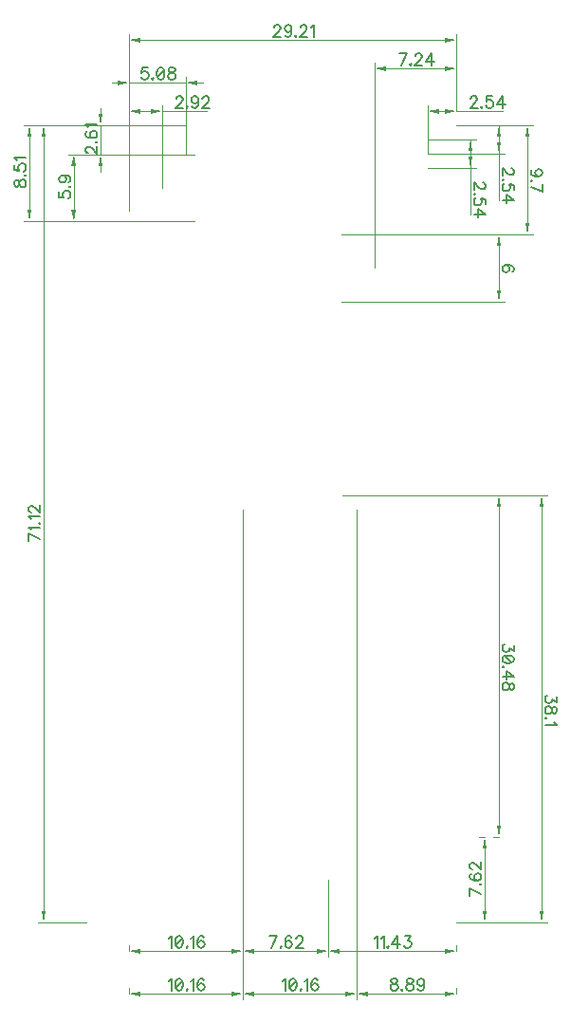
<source format=gbr>
G04 DipTrace 3.3.0.0*
G04 TopDimension.gbr*
%MOIN*%
G04 #@! TF.FileFunction,Drawing,Top*
G04 #@! TF.Part,Single*
%ADD13C,0.001378*%
%ADD58C,0.006176*%
%FSLAX26Y26*%
G04*
G70*
G90*
G75*
G01*
G04 TopDimension*
%LPD*%
X243701Y3193701D2*
D13*
X74016D1*
X243701Y393701D2*
X74016D1*
X93701Y1793701D2*
Y3154331D1*
G36*
Y3193701D2*
X101575Y3154331D1*
X85827D1*
X93701Y3193701D1*
G37*
Y1793701D2*
D13*
Y433071D1*
G36*
Y393701D2*
X85827Y433071D1*
X101575D1*
X93701Y393701D1*
G37*
X393701Y3243701D2*
D13*
Y3513386D1*
X1543701Y3243701D2*
Y3513386D1*
X968701Y3493701D2*
X433071D1*
G36*
X393701D2*
X433071Y3501575D1*
Y3485827D1*
X393701Y3493701D1*
G37*
X968701D2*
D13*
X1504331D1*
G36*
X1543701D2*
X1504331Y3485827D1*
Y3501575D1*
X1543701Y3493701D1*
G37*
X1140551Y2811808D2*
D13*
X1813386D1*
X1643701Y3193701D2*
X1813386D1*
X1793701Y3002755D2*
Y2851178D1*
G36*
Y2811808D2*
X1785827Y2851178D1*
X1801575D1*
X1793701Y2811808D1*
G37*
Y3002755D2*
D13*
Y3154331D1*
G36*
Y3193701D2*
X1801575Y3154331D1*
X1785827D1*
X1793701Y3193701D1*
G37*
X1258693Y2693701D2*
D13*
Y3413386D1*
X1543701Y3343701D2*
Y3413386D1*
X1401197Y3393701D2*
X1298063D1*
G36*
X1258693D2*
X1298063Y3401575D1*
Y3385827D1*
X1258693Y3393701D1*
G37*
X1401197D2*
D13*
X1504331D1*
G36*
X1543701D2*
X1504331Y3385827D1*
Y3401575D1*
X1543701Y3393701D1*
G37*
X624890Y3091092D2*
D13*
X180265D1*
X624890Y2858808D2*
X180265D1*
X199950Y2974950D2*
Y3051722D1*
G36*
Y3091092D2*
X207824Y3051722D1*
X192076D1*
X199950Y3091092D1*
G37*
Y2974950D2*
D13*
Y2898178D1*
G36*
Y2858808D2*
X192076Y2898178D1*
X207824D1*
X199950Y2858808D1*
G37*
X1140551Y2811808D2*
D13*
X1713386D1*
X1140551Y2575593D2*
X1713386D1*
X1693701Y2693701D2*
Y2772438D1*
G36*
Y2811808D2*
X1701575Y2772438D1*
X1685827D1*
X1693701Y2811808D1*
G37*
Y2693701D2*
D13*
Y2614963D1*
G36*
Y2575593D2*
X1685827Y2614963D1*
X1701575D1*
X1693701Y2575593D1*
G37*
X508808Y2974950D2*
D13*
Y3263386D1*
X393701Y2893701D2*
Y3263386D1*
X451255Y3243701D2*
X469438D1*
G36*
X508808D2*
X469438Y3235827D1*
Y3251575D1*
X508808Y3243701D1*
G37*
X451255D2*
D13*
X433071D1*
G36*
X393701D2*
X433071Y3251575D1*
Y3235827D1*
X393701Y3243701D1*
G37*
X667562D2*
D13*
X508808D1*
X793690Y468701D2*
Y274016D1*
X393701Y293701D2*
Y313386D1*
X593696Y293701D2*
X754320D1*
G36*
X793690D2*
X754320Y285827D1*
Y301575D1*
X793690Y293701D1*
G37*
X593696D2*
D13*
X433071D1*
G36*
X393701D2*
X433071Y301575D1*
Y285827D1*
X393701Y293701D1*
G37*
X1093711Y468701D2*
D13*
Y274016D1*
X1543701Y293701D2*
Y313386D1*
X1318706Y293701D2*
X1133081D1*
G36*
X1093711D2*
X1133081Y301575D1*
Y285827D1*
X1093711Y293701D1*
G37*
X1318706D2*
D13*
X1504331D1*
G36*
X1543701D2*
X1504331Y285827D1*
Y301575D1*
X1543701Y293701D1*
G37*
X1143701Y1893701D2*
D13*
X1713386D1*
X1693701Y693701D2*
X1674016D1*
X1693701Y1293701D2*
Y1854331D1*
G36*
Y1893701D2*
X1701575Y1854331D1*
X1685827D1*
X1693701Y1893701D1*
G37*
Y1293701D2*
D13*
Y733071D1*
G36*
Y693701D2*
X1685827Y733071D1*
X1701575D1*
X1693701Y693701D1*
G37*
X793684Y1843696D2*
D13*
Y124016D1*
X1193718Y1843696D2*
Y124016D1*
X993701Y143701D2*
X833054D1*
G36*
X793684D2*
X833054Y151575D1*
Y135827D1*
X793684Y143701D1*
G37*
X993701D2*
D13*
X1154348D1*
G36*
X1193718D2*
X1154348Y135827D1*
Y151575D1*
X1193718Y143701D1*
G37*
X1193701Y193701D2*
D13*
Y124016D1*
X1543701Y143701D2*
Y163386D1*
X1368701Y143701D2*
X1233071D1*
G36*
X1193701D2*
X1233071Y151575D1*
Y135827D1*
X1193701Y143701D1*
G37*
X1368701D2*
D13*
X1504331D1*
G36*
X1543701D2*
X1504331Y135827D1*
Y151575D1*
X1543701Y143701D1*
G37*
X793701D2*
D13*
Y163386D1*
X393701Y143701D2*
Y163386D1*
X593701Y143701D2*
X754331D1*
G36*
X793701D2*
X754331Y135827D1*
Y151575D1*
X793701Y143701D1*
G37*
X593701D2*
D13*
X433071D1*
G36*
X393701D2*
X433071Y151575D1*
Y135827D1*
X393701Y143701D1*
G37*
X1443701Y3093701D2*
D13*
X1713386D1*
X1543701Y3193701D2*
X1713386D1*
X1693701Y3143701D2*
Y3133071D1*
G36*
Y3093701D2*
X1685827Y3133071D1*
X1701575D1*
X1693701Y3093701D1*
G37*
Y3143701D2*
D13*
Y3154331D1*
G36*
Y3193701D2*
X1701575Y3154331D1*
X1685827D1*
X1693701Y3193701D1*
G37*
Y2931144D2*
D13*
Y3193701D1*
X1443701Y3093701D2*
Y3263386D1*
X1543701Y3243701D2*
Y3263386D1*
X1493701Y3243701D2*
X1483071D1*
G36*
X1443701D2*
X1483071Y3251575D1*
Y3235827D1*
X1443701Y3243701D1*
G37*
X1493701D2*
D13*
X1504331D1*
G36*
X1543701D2*
X1504331Y3235827D1*
Y3251575D1*
X1543701Y3243701D1*
G37*
X1706257D2*
D13*
X1543701D1*
X1443701Y3143701D2*
X1613386D1*
X1443701Y3043701D2*
X1613386D1*
X1593701Y3093701D2*
Y3104331D1*
G36*
Y3143701D2*
X1601575Y3104331D1*
X1585827D1*
X1593701Y3143701D1*
G37*
Y3093701D2*
D13*
Y3083071D1*
G36*
Y3043701D2*
X1585827Y3083071D1*
X1601575D1*
X1593701Y3043701D1*
G37*
Y2881144D2*
D13*
Y3143701D1*
X593701Y3093701D2*
Y3363386D1*
X393701Y3243701D2*
Y3363386D1*
Y3343701D2*
X593701D1*
X334646D2*
X354331D1*
G36*
X393701D2*
X354331Y3335827D1*
Y3351575D1*
X393701Y3343701D1*
G37*
X652756D2*
D13*
X633071D1*
G36*
X593701D2*
X633071Y3351575D1*
Y3335827D1*
X593701Y3343701D1*
G37*
X624890Y2858808D2*
D13*
X24016D1*
X593701Y3193701D2*
X24016D1*
X43701Y3026255D2*
Y2898178D1*
G36*
Y2858808D2*
X35827Y2898178D1*
X51575D1*
X43701Y2858808D1*
G37*
Y3026255D2*
D13*
Y3154331D1*
G36*
Y3193701D2*
X51575Y3154331D1*
X35827D1*
X43701Y3193701D1*
G37*
X624890Y3091092D2*
D13*
X274016D1*
X593701Y3193701D2*
X274016D1*
X293701D2*
Y3091092D1*
Y3252756D2*
Y3233071D1*
G36*
Y3193701D2*
X285827Y3233071D1*
X301575D1*
X293701Y3193701D1*
G37*
Y3032037D2*
D13*
Y3051722D1*
G36*
Y3091092D2*
X301575Y3051722D1*
X285827D1*
X293701Y3091092D1*
G37*
X1593701Y1893701D2*
D13*
X1863386D1*
X1643701Y393701D2*
X1863386D1*
X1843701Y1143701D2*
Y1854331D1*
G36*
Y1893701D2*
X1851575Y1854331D1*
X1835827D1*
X1843701Y1893701D1*
G37*
Y1143701D2*
D13*
Y433071D1*
G36*
Y393701D2*
X1835827Y433071D1*
X1851575D1*
X1843701Y393701D1*
G37*
X1643701Y693701D2*
D13*
X1624016D1*
X1543701Y393701D2*
X1663386D1*
X1643701Y543701D2*
Y654331D1*
G36*
Y693701D2*
X1651575Y654331D1*
X1635827D1*
X1643701Y693701D1*
G37*
Y543701D2*
D13*
Y433071D1*
G36*
Y393701D2*
X1635827Y433071D1*
X1651575D1*
X1643701Y393701D1*
G37*
X1093701Y543701D2*
D13*
Y274016D1*
X793690Y468701D2*
Y274016D1*
X943696Y293701D2*
X1054331D1*
G36*
X1093701D2*
X1054331Y285827D1*
Y301575D1*
X1093701Y293701D1*
G37*
X943696D2*
D13*
X833060D1*
G36*
X793690D2*
X833060Y301575D1*
Y285827D1*
X793690Y293701D1*
G37*
X81490Y1741422D2*
D58*
X41342Y1760568D1*
Y1733773D1*
X48992Y1772919D2*
X47046Y1776766D1*
X41342Y1782514D1*
X81490D1*
X77643Y1796767D2*
X79589Y1794865D1*
X81490Y1796767D1*
X79589Y1798712D1*
X77643Y1796767D1*
X48992Y1811063D2*
X47046Y1814910D1*
X41342Y1820658D1*
X81490D1*
X50893Y1834955D2*
X48992D1*
X45145Y1836856D1*
X43244Y1838758D1*
X41342Y1842604D1*
Y1850254D1*
X43244Y1854056D1*
X45145Y1855958D1*
X48992Y1857903D1*
X52794D1*
X56641Y1855958D1*
X62345Y1852155D1*
X81490Y1833010D1*
Y1859804D1*
X903069Y3536509D2*
Y3538410D1*
X904970Y3542257D1*
X906872Y3544158D1*
X910718Y3546059D1*
X918368D1*
X922170Y3544158D1*
X924072Y3542257D1*
X926017Y3538410D1*
Y3534607D1*
X924072Y3530761D1*
X920269Y3525057D1*
X901124Y3505912D1*
X927918D1*
X965163Y3532706D2*
X963218Y3526958D1*
X959415Y3523111D1*
X953667Y3521210D1*
X951766D1*
X946018Y3523111D1*
X942215Y3526958D1*
X940270Y3532706D1*
Y3534607D1*
X942215Y3540356D1*
X946018Y3544158D1*
X951766Y3546059D1*
X953667D1*
X959415Y3544158D1*
X963218Y3540356D1*
X965163Y3532706D1*
Y3523111D1*
X963218Y3513561D1*
X959415Y3507813D1*
X953667Y3505912D1*
X949865D1*
X944117Y3507813D1*
X942215Y3511660D1*
X979416Y3509758D2*
X977515Y3507813D1*
X979416Y3505912D1*
X981361Y3507813D1*
X979416Y3509758D1*
X995658Y3536509D2*
Y3538410D1*
X997559Y3542257D1*
X999461Y3544158D1*
X1003308Y3546059D1*
X1010957D1*
X1014759Y3544158D1*
X1016661Y3542257D1*
X1018606Y3538410D1*
Y3534607D1*
X1016661Y3530761D1*
X1012858Y3525057D1*
X993713Y3505912D1*
X1020507D1*
X1032859Y3538410D2*
X1036706Y3540356D1*
X1042454Y3546059D1*
Y3505912D1*
X1832706Y3014892D2*
X1826958Y3016838D1*
X1823111Y3020640D1*
X1821210Y3026388D1*
Y3028289D1*
X1823111Y3034038D1*
X1826958Y3037840D1*
X1832706Y3039786D1*
X1834607D1*
X1840356Y3037840D1*
X1844158Y3034038D1*
X1846059Y3028289D1*
Y3026388D1*
X1844158Y3020640D1*
X1840356Y3016838D1*
X1832706Y3014892D1*
X1823111D1*
X1813561Y3016838D1*
X1807813Y3020640D1*
X1805912Y3026388D1*
Y3030191D1*
X1807813Y3035939D1*
X1811660Y3037840D1*
X1809758Y3000639D2*
X1807813Y3002541D1*
X1805912Y3000639D1*
X1807813Y2998694D1*
X1809758Y3000639D1*
X1805912Y2978693D2*
X1846059Y2959548D1*
Y2986343D1*
X1350341Y3405912D2*
X1369486Y3446059D1*
X1342692D1*
X1383739Y3409758D2*
X1381838Y3407813D1*
X1383739Y3405912D1*
X1385684Y3407813D1*
X1383739Y3409758D1*
X1399981Y3436509D2*
Y3438410D1*
X1401883Y3442257D1*
X1403784Y3444158D1*
X1407631Y3446059D1*
X1415280D1*
X1419082Y3444158D1*
X1420984Y3442257D1*
X1422929Y3438410D1*
Y3434607D1*
X1420984Y3430761D1*
X1417181Y3425057D1*
X1398036Y3405912D1*
X1424830D1*
X1456327D2*
Y3446059D1*
X1437182Y3419309D1*
X1465878D1*
X147592Y2960867D2*
Y2941766D1*
X164791Y2939865D1*
X162890Y2941766D1*
X160945Y2947514D1*
Y2953218D1*
X162890Y2958966D1*
X166693Y2962813D1*
X172441Y2964714D1*
X176243D1*
X181991Y2962813D1*
X185838Y2958966D1*
X187739Y2953218D1*
Y2947514D1*
X185838Y2941766D1*
X183893Y2939865D1*
X180090Y2937919D1*
X183893Y2978967D2*
X185838Y2977065D1*
X187739Y2978967D1*
X185838Y2980912D1*
X183893Y2978967D1*
X160945Y3018157D2*
X166693Y3016211D1*
X170539Y3012409D1*
X172441Y3006661D1*
Y3004759D1*
X170539Y2999011D1*
X166693Y2995209D1*
X160945Y2993263D1*
X159043D1*
X153295Y2995209D1*
X149493Y2999011D1*
X147592Y3004759D1*
Y3006661D1*
X149493Y3012409D1*
X153295Y3016211D1*
X160945Y3018157D1*
X170539D1*
X180090Y3016211D1*
X185838Y3012409D1*
X187739Y3006661D1*
Y3002858D1*
X185838Y2997110D1*
X181991Y2995209D1*
X1740356Y2680090D2*
X1744158Y2681991D1*
X1746059Y2687739D1*
Y2691541D1*
X1744158Y2697289D1*
X1738410Y2701136D1*
X1728859Y2703038D1*
X1719309D1*
X1711660Y2701136D1*
X1707813Y2697289D1*
X1705912Y2691541D1*
Y2689640D1*
X1707813Y2683936D1*
X1711660Y2680090D1*
X1717408Y2678188D1*
X1719309D1*
X1725057Y2680090D1*
X1728859Y2683936D1*
X1730761Y2689640D1*
Y2691541D1*
X1728859Y2697289D1*
X1725057Y2701136D1*
X1719309Y2703038D1*
X559388Y3286509D2*
Y3288410D1*
X561289Y3292257D1*
X563190Y3294158D1*
X567037Y3296059D1*
X574686D1*
X578489Y3294158D1*
X580390Y3292257D1*
X582335Y3288410D1*
Y3284607D1*
X580390Y3280761D1*
X576587Y3275057D1*
X557442Y3255912D1*
X584237D1*
X598489Y3259758D2*
X596588Y3257813D1*
X598489Y3255912D1*
X600435Y3257813D1*
X598489Y3259758D1*
X637680Y3282706D2*
X635734Y3276958D1*
X631932Y3273111D1*
X626184Y3271210D1*
X624282D1*
X618534Y3273111D1*
X614732Y3276958D1*
X612786Y3282706D1*
Y3284607D1*
X614732Y3290356D1*
X618534Y3294158D1*
X624282Y3296059D1*
X626184D1*
X631932Y3294158D1*
X635734Y3290356D1*
X637680Y3282706D1*
Y3273111D1*
X635734Y3263561D1*
X631932Y3257813D1*
X626184Y3255912D1*
X622381D1*
X616633Y3257813D1*
X614732Y3261660D1*
X651977Y3286509D2*
Y3288410D1*
X653878Y3292257D1*
X655779Y3294158D1*
X659626Y3296059D1*
X667275D1*
X671078Y3294158D1*
X672979Y3292257D1*
X674924Y3288410D1*
Y3284607D1*
X672979Y3280761D1*
X669176Y3275057D1*
X650031Y3255912D1*
X676826D1*
X534740Y338410D2*
X538587Y340356D1*
X544335Y346059D1*
Y305912D1*
X568183Y346059D2*
X562435Y344158D1*
X558588Y338410D1*
X556687Y328859D1*
Y323111D1*
X558588Y313561D1*
X562435Y307813D1*
X568183Y305912D1*
X571985D1*
X577733Y307813D1*
X581536Y313561D1*
X583481Y323111D1*
Y328859D1*
X581536Y338410D1*
X577733Y344158D1*
X571985Y346059D1*
X568183D1*
X581536Y338410D2*
X558588Y313561D1*
X597734Y309758D2*
X595833Y307813D1*
X597734Y305912D1*
X599680Y307813D1*
X597734Y309758D1*
X612031Y338410D2*
X615878Y340356D1*
X621626Y346059D1*
Y305912D1*
X656925Y340356D2*
X655024Y344158D1*
X649276Y346059D1*
X645473D1*
X639725Y344158D1*
X635878Y338410D1*
X633977Y328859D1*
Y319309D1*
X635878Y311660D1*
X639725Y307813D1*
X645473Y305912D1*
X647374D1*
X653078Y307813D1*
X656925Y311660D1*
X658826Y317408D1*
Y319309D1*
X656925Y325057D1*
X653078Y328859D1*
X647374Y330761D1*
X645473D1*
X639725Y328859D1*
X635878Y325057D1*
X633977Y319309D1*
X1257828Y338410D2*
X1261674Y340356D1*
X1267422Y346059D1*
Y305912D1*
X1279774Y338410D2*
X1283621Y340356D1*
X1289369Y346059D1*
Y305912D1*
X1303621Y309758D2*
X1301720Y307813D1*
X1303621Y305912D1*
X1305567Y307813D1*
X1303621Y309758D1*
X1337064Y305912D2*
Y346059D1*
X1317918Y319309D1*
X1346614D1*
X1362812Y346059D2*
X1383815D1*
X1372363Y330761D1*
X1378111D1*
X1381913Y328859D1*
X1383815Y326958D1*
X1385760Y321210D1*
Y317408D1*
X1383815Y311660D1*
X1380012Y307813D1*
X1374264Y305912D1*
X1368516D1*
X1362812Y307813D1*
X1360911Y309758D1*
X1358965Y313561D1*
X1746059Y1367910D2*
Y1346908D1*
X1730761Y1358360D1*
Y1352612D1*
X1728859Y1348809D1*
X1726958Y1346908D1*
X1721210Y1344962D1*
X1717408D1*
X1711660Y1346908D1*
X1707813Y1350710D1*
X1705912Y1356458D1*
Y1362206D1*
X1707813Y1367910D1*
X1709758Y1369811D1*
X1713561Y1371757D1*
X1746059Y1321115D2*
X1744158Y1326863D1*
X1738410Y1330710D1*
X1728859Y1332611D1*
X1723111D1*
X1713561Y1330710D1*
X1707813Y1326863D1*
X1705912Y1321115D1*
Y1317312D1*
X1707813Y1311564D1*
X1713561Y1307762D1*
X1723111Y1305816D1*
X1728859D1*
X1738410Y1307762D1*
X1744158Y1311564D1*
X1746059Y1317312D1*
Y1321115D1*
X1738410Y1307762D2*
X1713561Y1330710D1*
X1709758Y1291564D2*
X1707813Y1293465D1*
X1705912Y1291564D1*
X1707813Y1289618D1*
X1709758Y1291564D1*
X1705912Y1258121D2*
X1746059D1*
X1719309Y1277267D1*
Y1248571D1*
X1746059Y1226669D2*
X1744158Y1232373D1*
X1740356Y1234318D1*
X1736509D1*
X1732706Y1232373D1*
X1730761Y1228570D1*
X1728859Y1220921D1*
X1726958Y1215173D1*
X1723111Y1211370D1*
X1719309Y1209469D1*
X1713561D1*
X1709758Y1211370D1*
X1707813Y1213271D1*
X1705912Y1219019D1*
Y1226669D1*
X1707813Y1232373D1*
X1709758Y1234318D1*
X1713561Y1236219D1*
X1719309D1*
X1723111Y1234318D1*
X1726958Y1230471D1*
X1728859Y1224768D1*
X1730761Y1217118D1*
X1732706Y1213271D1*
X1736509Y1211370D1*
X1740356D1*
X1744158Y1213271D1*
X1746059Y1219019D1*
Y1226669D1*
X934746Y188410D2*
X938593Y190356D1*
X944341Y196059D1*
Y155912D1*
X968188Y196059D2*
X962440Y194158D1*
X958593Y188410D1*
X956692Y178859D1*
Y173111D1*
X958593Y163561D1*
X962440Y157813D1*
X968188Y155912D1*
X971991D1*
X977739Y157813D1*
X981541Y163561D1*
X983487Y173111D1*
Y178859D1*
X981541Y188410D1*
X977739Y194158D1*
X971991Y196059D1*
X968188D1*
X981541Y188410D2*
X958593Y163561D1*
X997739Y159758D2*
X995838Y157813D1*
X997739Y155912D1*
X999685Y157813D1*
X997739Y159758D1*
X1012036Y188410D2*
X1015883Y190356D1*
X1021631Y196059D1*
Y155912D1*
X1056930Y190356D2*
X1055029Y194158D1*
X1049281Y196059D1*
X1045478D1*
X1039730Y194158D1*
X1035884Y188410D1*
X1033982Y178859D1*
Y169309D1*
X1035884Y161660D1*
X1039730Y157813D1*
X1045478Y155912D1*
X1047380D1*
X1053083Y157813D1*
X1056930Y161660D1*
X1058832Y167408D1*
Y169309D1*
X1056930Y175057D1*
X1053083Y178859D1*
X1047380Y180761D1*
X1045478D1*
X1039730Y178859D1*
X1035884Y175057D1*
X1033982Y169309D1*
X1321692Y196059D2*
X1315988Y194158D1*
X1314042Y190356D1*
Y186509D1*
X1315988Y182706D1*
X1319790Y180761D1*
X1327440Y178859D1*
X1333188Y176958D1*
X1336990Y173111D1*
X1338891Y169309D1*
Y163561D1*
X1336990Y159758D1*
X1335089Y157813D1*
X1329341Y155912D1*
X1321692D1*
X1315988Y157813D1*
X1314042Y159758D1*
X1312141Y163561D1*
Y169309D1*
X1314042Y173111D1*
X1317889Y176958D1*
X1323593Y178859D1*
X1331242Y180761D1*
X1335089Y182706D1*
X1336990Y186509D1*
Y190356D1*
X1335089Y194158D1*
X1329341Y196059D1*
X1321692D1*
X1353144Y159758D2*
X1351243Y157813D1*
X1353144Y155912D1*
X1355090Y157813D1*
X1353144Y159758D1*
X1376992Y196059D2*
X1371288Y194158D1*
X1369342Y190356D1*
Y186509D1*
X1371288Y182706D1*
X1375090Y180761D1*
X1382740Y178859D1*
X1388488Y176958D1*
X1392290Y173111D1*
X1394191Y169309D1*
Y163561D1*
X1392290Y159758D1*
X1390389Y157813D1*
X1384641Y155912D1*
X1376992D1*
X1371288Y157813D1*
X1369342Y159758D1*
X1367441Y163561D1*
Y169309D1*
X1369342Y173111D1*
X1373189Y176958D1*
X1378893Y178859D1*
X1386542Y180761D1*
X1390389Y182706D1*
X1392290Y186509D1*
Y190356D1*
X1390389Y194158D1*
X1384641Y196059D1*
X1376992D1*
X1431436Y182706D2*
X1429491Y176958D1*
X1425688Y173111D1*
X1419940Y171210D1*
X1418039D1*
X1412291Y173111D1*
X1408488Y176958D1*
X1406543Y182706D1*
Y184607D1*
X1408488Y190356D1*
X1412291Y194158D1*
X1418039Y196059D1*
X1419940D1*
X1425688Y194158D1*
X1429491Y190356D1*
X1431436Y182706D1*
Y173111D1*
X1429491Y163561D1*
X1425688Y157813D1*
X1419940Y155912D1*
X1416138D1*
X1410390Y157813D1*
X1408488Y161660D1*
X534746Y188410D2*
X538593Y190356D1*
X544341Y196059D1*
Y155912D1*
X568188Y196059D2*
X562440Y194158D1*
X558593Y188410D1*
X556692Y178859D1*
Y173111D1*
X558593Y163561D1*
X562440Y157813D1*
X568188Y155912D1*
X571991D1*
X577739Y157813D1*
X581541Y163561D1*
X583487Y173111D1*
Y178859D1*
X581541Y188410D1*
X577739Y194158D1*
X571991Y196059D1*
X568188D1*
X581541Y188410D2*
X558593Y163561D1*
X597739Y159758D2*
X595838Y157813D1*
X597739Y155912D1*
X599685Y157813D1*
X597739Y159758D1*
X612036Y188410D2*
X615883Y190356D1*
X621631Y196059D1*
Y155912D1*
X656930Y190356D2*
X655029Y194158D1*
X649281Y196059D1*
X645478D1*
X639730Y194158D1*
X635884Y188410D1*
X633982Y178859D1*
Y169309D1*
X635884Y161660D1*
X639730Y157813D1*
X645478Y155912D1*
X647380D1*
X653083Y157813D1*
X656930Y161660D1*
X658832Y167408D1*
Y169309D1*
X656930Y175057D1*
X653083Y178859D1*
X647380Y180761D1*
X645478D1*
X639730Y178859D1*
X635884Y175057D1*
X633982Y169309D1*
X1736509Y3043122D2*
X1738410D1*
X1742257Y3041220D1*
X1744158Y3039319D1*
X1746059Y3035472D1*
Y3027823D1*
X1744158Y3024021D1*
X1742257Y3022119D1*
X1738410Y3020174D1*
X1734607D1*
X1730761Y3022119D1*
X1725057Y3025922D1*
X1705912Y3045067D1*
Y3018272D1*
X1709758Y3004020D2*
X1707813Y3005921D1*
X1705912Y3004020D1*
X1707813Y3002074D1*
X1709758Y3004020D1*
X1746059Y2966775D2*
Y2985876D1*
X1728859Y2987777D1*
X1730761Y2985876D1*
X1732706Y2980128D1*
Y2974424D1*
X1730761Y2968676D1*
X1726958Y2964830D1*
X1721210Y2962928D1*
X1717408D1*
X1711660Y2964830D1*
X1707813Y2968676D1*
X1705912Y2974424D1*
Y2980128D1*
X1707813Y2985876D1*
X1709758Y2987777D1*
X1713561Y2989723D1*
X1705912Y2931432D2*
X1746059D1*
X1719309Y2950577D1*
Y2921881D1*
X1594280Y3286509D2*
Y3288410D1*
X1596181Y3292257D1*
X1598082Y3294158D1*
X1601929Y3296059D1*
X1609579D1*
X1613381Y3294158D1*
X1615282Y3292257D1*
X1617228Y3288410D1*
Y3284607D1*
X1615282Y3280761D1*
X1611480Y3275057D1*
X1592334Y3255912D1*
X1619129D1*
X1633382Y3259758D2*
X1631480Y3257813D1*
X1633382Y3255912D1*
X1635327Y3257813D1*
X1633382Y3259758D1*
X1670627Y3296059D2*
X1651525D1*
X1649624Y3278859D1*
X1651525Y3280761D1*
X1657273Y3282706D1*
X1662977D1*
X1668725Y3280761D1*
X1672572Y3276958D1*
X1674473Y3271210D1*
Y3267408D1*
X1672572Y3261660D1*
X1668725Y3257813D1*
X1662977Y3255912D1*
X1657273D1*
X1651525Y3257813D1*
X1649624Y3259758D1*
X1647679Y3263561D1*
X1705970Y3255912D2*
Y3296059D1*
X1686825Y3269309D1*
X1715521D1*
X1636509Y2993122D2*
X1638410D1*
X1642257Y2991220D1*
X1644158Y2989319D1*
X1646059Y2985472D1*
Y2977823D1*
X1644158Y2974021D1*
X1642257Y2972119D1*
X1638410Y2970174D1*
X1634607D1*
X1630761Y2972119D1*
X1625057Y2975922D1*
X1605912Y2995067D1*
Y2968272D1*
X1609758Y2954020D2*
X1607813Y2955921D1*
X1605912Y2954020D1*
X1607813Y2952074D1*
X1609758Y2954020D1*
X1646059Y2916775D2*
Y2935876D1*
X1628859Y2937777D1*
X1630761Y2935876D1*
X1632706Y2930128D1*
Y2924424D1*
X1630761Y2918676D1*
X1626958Y2914830D1*
X1621210Y2912928D1*
X1617408D1*
X1611660Y2914830D1*
X1607813Y2918676D1*
X1605912Y2924424D1*
Y2930128D1*
X1607813Y2935876D1*
X1609758Y2937777D1*
X1613561Y2939723D1*
X1605912Y2881432D2*
X1646059D1*
X1619309Y2900577D1*
Y2871881D1*
X459116Y3396059D2*
X440015D1*
X438114Y3378859D1*
X440015Y3380761D1*
X445763Y3382706D1*
X451467D1*
X457215Y3380761D1*
X461062Y3376958D1*
X462963Y3371210D1*
Y3367408D1*
X461062Y3361660D1*
X457215Y3357813D1*
X451467Y3355912D1*
X445763D1*
X440015Y3357813D1*
X438114Y3359758D1*
X436168Y3363561D1*
X477216Y3359758D2*
X475314Y3357813D1*
X477216Y3355912D1*
X479161Y3357813D1*
X477216Y3359758D1*
X503009Y3396059D2*
X497261Y3394158D1*
X493414Y3388410D1*
X491512Y3378859D1*
Y3373111D1*
X493414Y3363561D1*
X497261Y3357813D1*
X503009Y3355912D1*
X506811D1*
X512559Y3357813D1*
X516362Y3363561D1*
X518307Y3373111D1*
Y3378859D1*
X516362Y3388410D1*
X512559Y3394158D1*
X506811Y3396059D1*
X503009D1*
X516362Y3388410D2*
X493414Y3363561D1*
X540209Y3396059D2*
X534505Y3394158D1*
X532560Y3390356D1*
Y3386509D1*
X534505Y3382706D1*
X538308Y3380761D1*
X545957Y3378859D1*
X551705Y3376958D1*
X555508Y3373111D1*
X557409Y3369309D1*
Y3363561D1*
X555508Y3359758D1*
X553606Y3357813D1*
X547858Y3355912D1*
X540209D1*
X534505Y3357813D1*
X532560Y3359758D1*
X530659Y3363561D1*
Y3369309D1*
X532560Y3373111D1*
X536407Y3376958D1*
X542110Y3378859D1*
X549760Y3380761D1*
X553606Y3382706D1*
X555508Y3386509D1*
Y3390356D1*
X553606Y3394158D1*
X547858Y3396059D1*
X540209D1*
X-8658Y2986873D2*
X-6756Y2981169D1*
X-2954Y2979223D1*
X893D1*
X4695Y2981169D1*
X6641Y2984971D1*
X8542Y2992621D1*
X10443Y2998369D1*
X14290Y3002171D1*
X18093Y3004072D1*
X23841D1*
X27643Y3002171D1*
X29589Y3000270D1*
X31490Y2994522D1*
Y2986873D1*
X29589Y2981169D1*
X27643Y2979223D1*
X23841Y2977322D1*
X18093D1*
X14290Y2979223D1*
X10443Y2983070D1*
X8542Y2988774D1*
X6641Y2996423D1*
X4695Y3000270D1*
X893Y3002171D1*
X-2954D1*
X-6756Y3000270D1*
X-8658Y2994522D1*
Y2986873D1*
X27643Y3018325D2*
X29589Y3016424D1*
X31490Y3018325D1*
X29589Y3020271D1*
X27643Y3018325D1*
X-8658Y3055570D2*
Y3036469D1*
X8542Y3034568D1*
X6641Y3036469D1*
X4695Y3042217D1*
Y3047921D1*
X6641Y3053669D1*
X10443Y3057515D1*
X16191Y3059417D1*
X19994D1*
X25742Y3057515D1*
X29589Y3053669D1*
X31490Y3047921D1*
Y3042217D1*
X29589Y3036469D1*
X27643Y3034568D1*
X23841Y3032622D1*
X-1008Y3071768D2*
X-2954Y3075615D1*
X-8658Y3081363D1*
X31490D1*
X250893Y3096360D2*
X248992D1*
X245145Y3098261D1*
X243244Y3100162D1*
X241342Y3104009D1*
Y3111658D1*
X243244Y3115461D1*
X245145Y3117362D1*
X248992Y3119308D1*
X252794D1*
X256641Y3117362D1*
X262345Y3113560D1*
X281490Y3094414D1*
Y3121209D1*
X277643Y3135462D2*
X279589Y3133560D1*
X281490Y3135462D1*
X279589Y3137407D1*
X277643Y3135462D1*
X247046Y3172707D2*
X243244Y3170805D1*
X241342Y3165057D1*
Y3161255D1*
X243244Y3155507D1*
X248992Y3151660D1*
X258542Y3149759D1*
X268093D1*
X275742Y3151660D1*
X279589Y3155507D1*
X281490Y3161255D1*
Y3163156D1*
X279589Y3168860D1*
X275742Y3172707D1*
X269994Y3174608D1*
X268093D1*
X262345Y3172707D1*
X258542Y3168860D1*
X256641Y3163156D1*
Y3161255D1*
X258542Y3155507D1*
X262345Y3151660D1*
X268093Y3149759D1*
X248992Y3186959D2*
X247046Y3190806D1*
X241342Y3196554D1*
X281490D1*
X1896059Y1188787D2*
Y1167784D1*
X1880761Y1179236D1*
Y1173488D1*
X1878859Y1169685D1*
X1876958Y1167784D1*
X1871210Y1165839D1*
X1867408D1*
X1861660Y1167784D1*
X1857813Y1171587D1*
X1855912Y1177335D1*
Y1183083D1*
X1857813Y1188787D1*
X1859758Y1190688D1*
X1863561Y1192633D1*
X1896059Y1143937D2*
X1894158Y1149641D1*
X1890356Y1151586D1*
X1886509D1*
X1882706Y1149641D1*
X1880761Y1145838D1*
X1878859Y1138189D1*
X1876958Y1132441D1*
X1873111Y1128638D1*
X1869309Y1126737D1*
X1863561D1*
X1859758Y1128638D1*
X1857813Y1130539D1*
X1855912Y1136287D1*
Y1143937D1*
X1857813Y1149641D1*
X1859758Y1151586D1*
X1863561Y1153487D1*
X1869309D1*
X1873111Y1151586D1*
X1876958Y1147739D1*
X1878859Y1142035D1*
X1880761Y1134386D1*
X1882706Y1130539D1*
X1886509Y1128638D1*
X1890356D1*
X1894158Y1130539D1*
X1896059Y1136287D1*
Y1143937D1*
X1859758Y1112484D2*
X1857813Y1114385D1*
X1855912Y1112484D1*
X1857813Y1110539D1*
X1859758Y1112484D1*
X1888410Y1098187D2*
X1890356Y1094341D1*
X1896059Y1088593D1*
X1855912D1*
X1631490Y494768D2*
X1591342Y513914D1*
Y487119D1*
X1627643Y528166D2*
X1629589Y526265D1*
X1631490Y528166D1*
X1629589Y530112D1*
X1627643Y528166D1*
X1597046Y565411D2*
X1593244Y563510D1*
X1591342Y557762D1*
Y553959D1*
X1593244Y548211D1*
X1598992Y544364D1*
X1608542Y542463D1*
X1618093D1*
X1625742Y544364D1*
X1629589Y548211D1*
X1631490Y553959D1*
Y555860D1*
X1629589Y561564D1*
X1625742Y565411D1*
X1619994Y567312D1*
X1618093D1*
X1612345Y565411D1*
X1608542Y561564D1*
X1606641Y555860D1*
Y553959D1*
X1608542Y548211D1*
X1612345Y544364D1*
X1618093Y542463D1*
X1600893Y581609D2*
X1598992D1*
X1595145Y583510D1*
X1593244Y585412D1*
X1591342Y589258D1*
Y596908D1*
X1593244Y600710D1*
X1595145Y602612D1*
X1598992Y604557D1*
X1602794D1*
X1606641Y602612D1*
X1612345Y598809D1*
X1631490Y579664D1*
Y606458D1*
X894763Y305912D2*
X913908Y346059D1*
X887114D1*
X928161Y309758D2*
X926260Y307813D1*
X928161Y305912D1*
X930106Y307813D1*
X928161Y309758D1*
X965406Y340356D2*
X963505Y344158D1*
X957756Y346059D1*
X953954D1*
X948206Y344158D1*
X944359Y338410D1*
X942458Y328859D1*
Y319309D1*
X944359Y311660D1*
X948206Y307813D1*
X953954Y305912D1*
X955855D1*
X961559Y307813D1*
X965406Y311660D1*
X967307Y317408D1*
Y319309D1*
X965406Y325057D1*
X961559Y328859D1*
X955855Y330761D1*
X953954D1*
X948206Y328859D1*
X944359Y325057D1*
X942458Y319309D1*
X981604Y336509D2*
Y338410D1*
X983505Y342257D1*
X985406Y344158D1*
X989253Y346059D1*
X996903D1*
X1000705Y344158D1*
X1002606Y342257D1*
X1004552Y338410D1*
Y334607D1*
X1002606Y330761D1*
X998804Y325057D1*
X979658Y305912D1*
X1006453D1*
M02*

</source>
